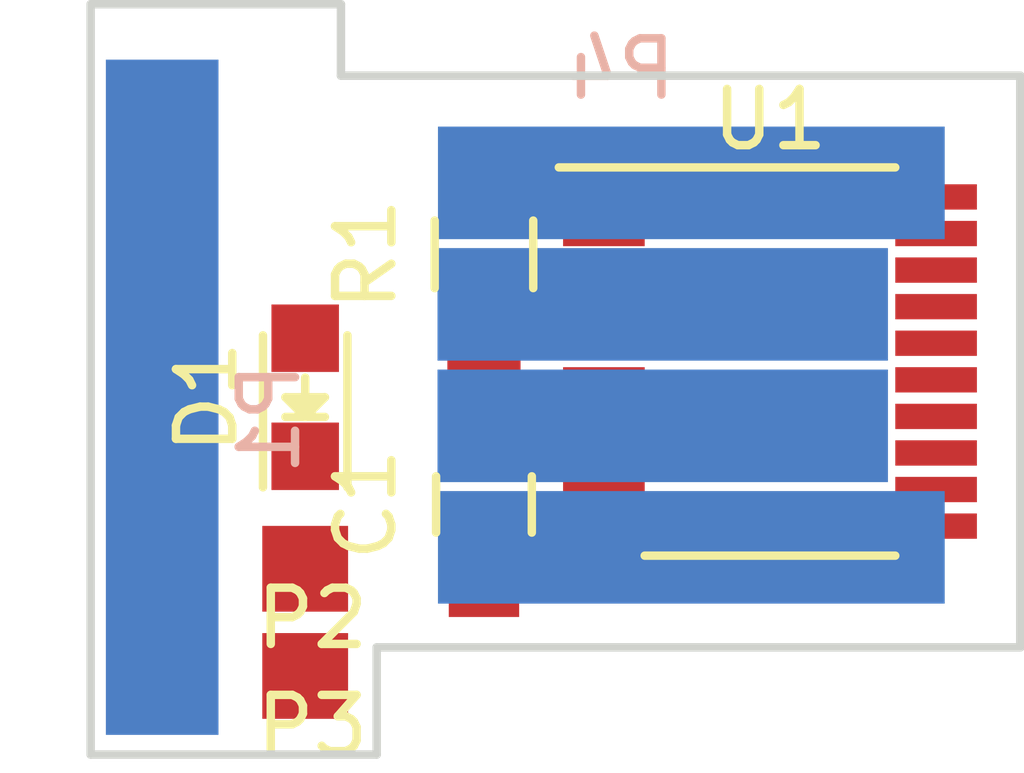
<source format=kicad_pcb>
(kicad_pcb (version 4) (host pcbnew 4.0.5+dfsg1-4)

  (general
    (links 12)
    (no_connects 12)
    (area 137.963 90.61 163.958 111.049)
    (thickness 1.6)
    (drawings 8)
    (tracks 0)
    (zones 0)
    (modules 8)
    (nets 23)
  )

  (page A4)
  (layers
    (0 F.Cu signal)
    (31 B.Cu signal)
    (32 B.Adhes user)
    (33 F.Adhes user)
    (34 B.Paste user)
    (35 F.Paste user)
    (36 B.SilkS user)
    (37 F.SilkS user)
    (38 B.Mask user)
    (39 F.Mask user)
    (40 Dwgs.User user)
    (41 Cmts.User user)
    (42 Eco1.User user)
    (43 Eco2.User user)
    (44 Edge.Cuts user)
    (45 Margin user)
    (46 B.CrtYd user)
    (47 F.CrtYd user)
    (48 B.Fab user)
    (49 F.Fab user)
  )

  (setup
    (last_trace_width 0.25)
    (trace_clearance 0.2)
    (zone_clearance 0.508)
    (zone_45_only no)
    (trace_min 0.2)
    (segment_width 0.2)
    (edge_width 0.15)
    (via_size 0.6)
    (via_drill 0.4)
    (via_min_size 0.4)
    (via_min_drill 0.3)
    (uvia_size 0.3)
    (uvia_drill 0.1)
    (uvias_allowed no)
    (uvia_min_size 0.2)
    (uvia_min_drill 0.1)
    (pcb_text_width 0.3)
    (pcb_text_size 1.5 1.5)
    (mod_edge_width 0.15)
    (mod_text_size 1 1)
    (mod_text_width 0.15)
    (pad_size 8 2)
    (pad_drill 0)
    (pad_to_mask_clearance 0.2)
    (aux_axis_origin 0 0)
    (visible_elements FFFFFB1F)
    (pcbplotparams
      (layerselection 0x00030_80000001)
      (usegerberextensions false)
      (excludeedgelayer true)
      (linewidth 0.100000)
      (plotframeref false)
      (viasonmask false)
      (mode 1)
      (useauxorigin false)
      (hpglpennumber 1)
      (hpglpenspeed 20)
      (hpglpendiameter 15)
      (hpglpenoverlay 2)
      (psnegative false)
      (psa4output false)
      (plotreference true)
      (plotvalue true)
      (plotinvisibletext false)
      (padsonsilk false)
      (subtractmaskfromsilk false)
      (outputformat 1)
      (mirror false)
      (drillshape 1)
      (scaleselection 1)
      (outputdirectory ""))
  )

  (net 0 "")
  (net 1 +5V)
  (net 2 GND)
  (net 3 "Net-(D1-Pad2)")
  (net 4 "Net-(P1-Pad1)")
  (net 5 "Net-(P2-Pad1)")
  (net 6 "Net-(P3-Pad1)")
  (net 7 "Net-(P4-Pad3)")
  (net 8 "Net-(P4-Pad2)")
  (net 9 "Net-(U1-Pad1)")
  (net 10 "Net-(U1-Pad2)")
  (net 11 "Net-(U1-Pad3)")
  (net 12 "Net-(U1-Pad4)")
  (net 13 "Net-(U1-Pad5)")
  (net 14 "Net-(U1-Pad6)")
  (net 15 "Net-(U1-Pad8)")
  (net 16 "Net-(U1-Pad9)")
  (net 17 "Net-(U1-Pad10)")
  (net 18 "Net-(U1-Pad11)")
  (net 19 "Net-(U1-Pad12)")
  (net 20 "Net-(U1-Pad16)")
  (net 21 "Net-(U1-Pad17)")
  (net 22 "Net-(P4-Pad5)")

  (net_class Default "This is the default net class."
    (clearance 0.2)
    (trace_width 0.25)
    (via_dia 0.6)
    (via_drill 0.4)
    (uvia_dia 0.3)
    (uvia_drill 0.1)
    (add_net +5V)
    (add_net GND)
    (add_net "Net-(D1-Pad2)")
    (add_net "Net-(P1-Pad1)")
    (add_net "Net-(P2-Pad1)")
    (add_net "Net-(P3-Pad1)")
    (add_net "Net-(P4-Pad2)")
    (add_net "Net-(P4-Pad3)")
    (add_net "Net-(P4-Pad5)")
    (add_net "Net-(U1-Pad1)")
    (add_net "Net-(U1-Pad10)")
    (add_net "Net-(U1-Pad11)")
    (add_net "Net-(U1-Pad12)")
    (add_net "Net-(U1-Pad16)")
    (add_net "Net-(U1-Pad17)")
    (add_net "Net-(U1-Pad2)")
    (add_net "Net-(U1-Pad3)")
    (add_net "Net-(U1-Pad4)")
    (add_net "Net-(U1-Pad5)")
    (add_net "Net-(U1-Pad6)")
    (add_net "Net-(U1-Pad8)")
    (add_net "Net-(U1-Pad9)")
  )

  (module Capacitors_SMD:C_0805_HandSoldering (layer F.Cu) (tedit 541A9B8D) (tstamp 5CF98B04)
    (at 158.75 107.95 90)
    (descr "Capacitor SMD 0805, hand soldering")
    (tags "capacitor 0805")
    (path /5CF7D93C)
    (attr smd)
    (fp_text reference C1 (at 0 -2.1 90) (layer F.SilkS)
      (effects (font (size 1 1) (thickness 0.15)))
    )
    (fp_text value C (at 0 2.1 90) (layer F.Fab)
      (effects (font (size 1 1) (thickness 0.15)))
    )
    (fp_line (start -1 0.625) (end -1 -0.625) (layer F.Fab) (width 0.15))
    (fp_line (start 1 0.625) (end -1 0.625) (layer F.Fab) (width 0.15))
    (fp_line (start 1 -0.625) (end 1 0.625) (layer F.Fab) (width 0.15))
    (fp_line (start -1 -0.625) (end 1 -0.625) (layer F.Fab) (width 0.15))
    (fp_line (start -2.3 -1) (end 2.3 -1) (layer F.CrtYd) (width 0.05))
    (fp_line (start -2.3 1) (end 2.3 1) (layer F.CrtYd) (width 0.05))
    (fp_line (start -2.3 -1) (end -2.3 1) (layer F.CrtYd) (width 0.05))
    (fp_line (start 2.3 -1) (end 2.3 1) (layer F.CrtYd) (width 0.05))
    (fp_line (start 0.5 -0.85) (end -0.5 -0.85) (layer F.SilkS) (width 0.15))
    (fp_line (start -0.5 0.85) (end 0.5 0.85) (layer F.SilkS) (width 0.15))
    (pad 1 smd rect (at -1.25 0 90) (size 1.5 1.25) (layers F.Cu F.Paste F.Mask)
      (net 1 +5V))
    (pad 2 smd rect (at 1.25 0 90) (size 1.5 1.25) (layers F.Cu F.Paste F.Mask)
      (net 2 GND))
    (model Capacitors_SMD.3dshapes/C_0805_HandSoldering.wrl
      (at (xyz 0 0 0))
      (scale (xyz 1 1 1))
      (rotate (xyz 0 0 0))
    )
  )

  (module LEDs:LED_0805 (layer F.Cu) (tedit 55BDE1C2) (tstamp 5CF98B0A)
    (at 155.575 106.045 90)
    (descr "LED 0805 smd package")
    (tags "LED 0805 SMD")
    (path /5CF7CC1B)
    (attr smd)
    (fp_text reference D1 (at 0 -1.75 90) (layer F.SilkS)
      (effects (font (size 1 1) (thickness 0.15)))
    )
    (fp_text value LED (at 0 1.75 90) (layer F.Fab)
      (effects (font (size 1 1) (thickness 0.15)))
    )
    (fp_line (start -0.4 -0.3) (end -0.4 0.3) (layer F.Fab) (width 0.15))
    (fp_line (start -0.3 0) (end 0 -0.3) (layer F.Fab) (width 0.15))
    (fp_line (start 0 0.3) (end -0.3 0) (layer F.Fab) (width 0.15))
    (fp_line (start 0 -0.3) (end 0 0.3) (layer F.Fab) (width 0.15))
    (fp_line (start 1 -0.6) (end -1 -0.6) (layer F.Fab) (width 0.15))
    (fp_line (start 1 0.6) (end 1 -0.6) (layer F.Fab) (width 0.15))
    (fp_line (start -1 0.6) (end 1 0.6) (layer F.Fab) (width 0.15))
    (fp_line (start -1 -0.6) (end -1 0.6) (layer F.Fab) (width 0.15))
    (fp_line (start -1.6 0.75) (end 1.1 0.75) (layer F.SilkS) (width 0.15))
    (fp_line (start -1.6 -0.75) (end 1.1 -0.75) (layer F.SilkS) (width 0.15))
    (fp_line (start -0.1 0.15) (end -0.1 -0.1) (layer F.SilkS) (width 0.15))
    (fp_line (start -0.1 -0.1) (end -0.25 0.05) (layer F.SilkS) (width 0.15))
    (fp_line (start -0.35 -0.35) (end -0.35 0.35) (layer F.SilkS) (width 0.15))
    (fp_line (start 0 0) (end 0.35 0) (layer F.SilkS) (width 0.15))
    (fp_line (start -0.35 0) (end 0 -0.35) (layer F.SilkS) (width 0.15))
    (fp_line (start 0 -0.35) (end 0 0.35) (layer F.SilkS) (width 0.15))
    (fp_line (start 0 0.35) (end -0.35 0) (layer F.SilkS) (width 0.15))
    (fp_line (start 1.9 -0.95) (end 1.9 0.95) (layer F.CrtYd) (width 0.05))
    (fp_line (start 1.9 0.95) (end -1.9 0.95) (layer F.CrtYd) (width 0.05))
    (fp_line (start -1.9 0.95) (end -1.9 -0.95) (layer F.CrtYd) (width 0.05))
    (fp_line (start -1.9 -0.95) (end 1.9 -0.95) (layer F.CrtYd) (width 0.05))
    (pad 2 smd rect (at 1.04902 0 270) (size 1.19888 1.19888) (layers F.Cu F.Paste F.Mask)
      (net 3 "Net-(D1-Pad2)"))
    (pad 1 smd rect (at -1.04902 0 270) (size 1.19888 1.19888) (layers F.Cu F.Paste F.Mask)
      (net 2 GND))
    (model LEDs.3dshapes/LED_0805.wrl
      (at (xyz 0 0 0))
      (scale (xyz 1 1 1))
      (rotate (xyz 0 0 0))
    )
  )

  (module u2f:EdgeTouch (layer B.Cu) (tedit 5CF98A90) (tstamp 5CF98B0F)
    (at 153.035 106.045 270)
    (path /5CF95DC3)
    (fp_text reference P1 (at 0.381 -1.905 270) (layer B.SilkS)
      (effects (font (size 1 1) (thickness 0.15)) (justify mirror))
    )
    (fp_text value "Touch Button" (at 0 2.032 270) (layer B.Fab)
      (effects (font (size 1 1) (thickness 0.15)) (justify mirror))
    )
    (pad 1 connect rect (at 0 0 270) (size 12 2) (layers B.Cu B.Mask)
      (net 4 "Net-(P1-Pad1)"))
  )

  (module u2f:tp (layer F.Cu) (tedit 5CF988FD) (tstamp 5CF98B14)
    (at 155.575 109.22)
    (path /5CF95E72)
    (fp_text reference P2 (at 0.127 0.754) (layer F.SilkS)
      (effects (font (size 1 1) (thickness 0.15)))
    )
    (fp_text value V33prog (at 0.127 -0.246) (layer F.Fab)
      (effects (font (size 1 1) (thickness 0.15)))
    )
    (pad 1 connect rect (at 0 -0.127) (size 1.524 1.524) (layers F.Cu F.Mask)
      (net 5 "Net-(P2-Pad1)"))
  )

  (module u2f:tp (layer F.Cu) (tedit 5CF988FD) (tstamp 5CF98B19)
    (at 155.575 111.125)
    (path /5CF95FF4)
    (fp_text reference P3 (at 0.127 0.754) (layer F.SilkS)
      (effects (font (size 1 1) (thickness 0.15)))
    )
    (fp_text value "D- prog" (at 0.127 -0.246) (layer F.Fab)
      (effects (font (size 1 1) (thickness 0.15)))
    )
    (pad 1 connect rect (at 0 -0.127) (size 1.524 1.524) (layers F.Cu F.Mask)
      (net 6 "Net-(P3-Pad1)"))
  )

  (module u2f:USBEdge (layer B.Cu) (tedit 5CF98AE0) (tstamp 5CF98B22)
    (at 161.925 105.41)
    (path /5CF97BF4)
    (fp_text reference P4 (at -0.762 -5.199) (layer B.SilkS)
      (effects (font (size 1 1) (thickness 0.15)) (justify mirror))
    )
    (fp_text value USB_A (at 0 5.58) (layer B.Fab)
      (effects (font (size 1 1) (thickness 0.15)) (justify mirror))
    )
    (pad 3 connect rect (at 0 -1.016) (size 8 2) (layers B.Cu B.Mask)
      (net 7 "Net-(P4-Pad3)"))
    (pad 2 connect rect (at 0 1.143) (size 8 2) (layers B.Cu B.Mask)
      (net 8 "Net-(P4-Pad2)"))
    (pad 1 connect rect (at 0.508 3.302) (size 9 2) (layers B.Cu B.Mask)
      (net 1 +5V))
    (pad 4 connect rect (at 0.508 -3.175) (size 9 2) (layers B.Cu B.Mask)
      (net 2 GND))
    (pad 5 connect rect (at -3.429 -3.048) (size 1 1) (layers B.Cu B.Mask)
      (net 22 "Net-(P4-Pad5)"))
  )

  (module Resistors_SMD:R_0805_HandSoldering (layer F.Cu) (tedit 58307B90) (tstamp 5CF98B28)
    (at 158.75 103.505 90)
    (descr "Resistor SMD 0805, hand soldering")
    (tags "resistor 0805")
    (path /5CF95EDE)
    (attr smd)
    (fp_text reference R1 (at 0 -2.1 90) (layer F.SilkS)
      (effects (font (size 1 1) (thickness 0.15)))
    )
    (fp_text value R (at 0 2.1 90) (layer F.Fab)
      (effects (font (size 1 1) (thickness 0.15)))
    )
    (fp_line (start -1 0.625) (end -1 -0.625) (layer F.Fab) (width 0.1))
    (fp_line (start 1 0.625) (end -1 0.625) (layer F.Fab) (width 0.1))
    (fp_line (start 1 -0.625) (end 1 0.625) (layer F.Fab) (width 0.1))
    (fp_line (start -1 -0.625) (end 1 -0.625) (layer F.Fab) (width 0.1))
    (fp_line (start -2.4 -1) (end 2.4 -1) (layer F.CrtYd) (width 0.05))
    (fp_line (start -2.4 1) (end 2.4 1) (layer F.CrtYd) (width 0.05))
    (fp_line (start -2.4 -1) (end -2.4 1) (layer F.CrtYd) (width 0.05))
    (fp_line (start 2.4 -1) (end 2.4 1) (layer F.CrtYd) (width 0.05))
    (fp_line (start 0.6 0.875) (end -0.6 0.875) (layer F.SilkS) (width 0.15))
    (fp_line (start -0.6 -0.875) (end 0.6 -0.875) (layer F.SilkS) (width 0.15))
    (pad 1 smd rect (at -1.35 0 90) (size 1.5 1.3) (layers F.Cu F.Paste F.Mask)
      (net 6 "Net-(P3-Pad1)"))
    (pad 2 smd rect (at 1.35 0 90) (size 1.5 1.3) (layers F.Cu F.Paste F.Mask)
      (net 8 "Net-(P4-Pad2)"))
    (model Resistors_SMD.3dshapes/R_0805_HandSoldering.wrl
      (at (xyz 0 0 0))
      (scale (xyz 1 1 1))
      (rotate (xyz 0 0 0))
    )
  )

  (module Housings_SSOP:TSSOP-20_4.4x6.5mm_Pitch0.65mm (layer F.Cu) (tedit 54130A77) (tstamp 5CF98B40)
    (at 163.83 105.41)
    (descr "20-Lead Plastic Thin Shrink Small Outline (ST)-4.4 mm Body [TSSOP] (see Microchip Packaging Specification 00000049BS.pdf)")
    (tags "SSOP 0.65")
    (path /5CF7CBDC)
    (attr smd)
    (fp_text reference U1 (at 0 -4.3) (layer F.SilkS)
      (effects (font (size 1 1) (thickness 0.15)))
    )
    (fp_text value ch552T (at 0 4.3) (layer F.Fab)
      (effects (font (size 1 1) (thickness 0.15)))
    )
    (fp_line (start -1.2 -3.25) (end 2.2 -3.25) (layer F.Fab) (width 0.15))
    (fp_line (start 2.2 -3.25) (end 2.2 3.25) (layer F.Fab) (width 0.15))
    (fp_line (start 2.2 3.25) (end -2.2 3.25) (layer F.Fab) (width 0.15))
    (fp_line (start -2.2 3.25) (end -2.2 -2.25) (layer F.Fab) (width 0.15))
    (fp_line (start -2.2 -2.25) (end -1.2 -3.25) (layer F.Fab) (width 0.15))
    (fp_line (start -3.95 -3.55) (end -3.95 3.55) (layer F.CrtYd) (width 0.05))
    (fp_line (start 3.95 -3.55) (end 3.95 3.55) (layer F.CrtYd) (width 0.05))
    (fp_line (start -3.95 -3.55) (end 3.95 -3.55) (layer F.CrtYd) (width 0.05))
    (fp_line (start -3.95 3.55) (end 3.95 3.55) (layer F.CrtYd) (width 0.05))
    (fp_line (start -2.225 3.45) (end 2.225 3.45) (layer F.SilkS) (width 0.15))
    (fp_line (start -3.75 -3.45) (end 2.225 -3.45) (layer F.SilkS) (width 0.15))
    (pad 1 smd rect (at -2.95 -2.925) (size 1.45 0.45) (layers F.Cu F.Paste F.Mask)
      (net 9 "Net-(U1-Pad1)"))
    (pad 2 smd rect (at -2.95 -2.275) (size 1.45 0.45) (layers F.Cu F.Paste F.Mask)
      (net 10 "Net-(U1-Pad2)"))
    (pad 3 smd rect (at -2.95 -1.625) (size 1.45 0.45) (layers F.Cu F.Paste F.Mask)
      (net 11 "Net-(U1-Pad3)"))
    (pad 4 smd rect (at -2.95 -0.975) (size 1.45 0.45) (layers F.Cu F.Paste F.Mask)
      (net 12 "Net-(U1-Pad4)"))
    (pad 5 smd rect (at -2.95 -0.325) (size 1.45 0.45) (layers F.Cu F.Paste F.Mask)
      (net 13 "Net-(U1-Pad5)"))
    (pad 6 smd rect (at -2.95 0.325) (size 1.45 0.45) (layers F.Cu F.Paste F.Mask)
      (net 14 "Net-(U1-Pad6)"))
    (pad 7 smd rect (at -2.95 0.975) (size 1.45 0.45) (layers F.Cu F.Paste F.Mask)
      (net 4 "Net-(P1-Pad1)"))
    (pad 8 smd rect (at -2.95 1.625) (size 1.45 0.45) (layers F.Cu F.Paste F.Mask)
      (net 15 "Net-(U1-Pad8)"))
    (pad 9 smd rect (at -2.95 2.275) (size 1.45 0.45) (layers F.Cu F.Paste F.Mask)
      (net 16 "Net-(U1-Pad9)"))
    (pad 10 smd rect (at -2.95 2.925) (size 1.45 0.45) (layers F.Cu F.Paste F.Mask)
      (net 17 "Net-(U1-Pad10)"))
    (pad 11 smd rect (at 2.95 2.925) (size 1.45 0.45) (layers F.Cu F.Paste F.Mask)
      (net 18 "Net-(U1-Pad11)"))
    (pad 12 smd rect (at 2.95 2.275) (size 1.45 0.45) (layers F.Cu F.Paste F.Mask)
      (net 19 "Net-(U1-Pad12)"))
    (pad 13 smd rect (at 2.95 1.625) (size 1.45 0.45) (layers F.Cu F.Paste F.Mask)
      (net 3 "Net-(D1-Pad2)"))
    (pad 14 smd rect (at 2.95 0.975) (size 1.45 0.45) (layers F.Cu F.Paste F.Mask)
      (net 7 "Net-(P4-Pad3)"))
    (pad 15 smd rect (at 2.95 0.325) (size 1.45 0.45) (layers F.Cu F.Paste F.Mask)
      (net 8 "Net-(P4-Pad2)"))
    (pad 16 smd rect (at 2.95 -0.325) (size 1.45 0.45) (layers F.Cu F.Paste F.Mask)
      (net 20 "Net-(U1-Pad16)"))
    (pad 17 smd rect (at 2.95 -0.975) (size 1.45 0.45) (layers F.Cu F.Paste F.Mask)
      (net 21 "Net-(U1-Pad17)"))
    (pad 18 smd rect (at 2.95 -1.625) (size 1.45 0.45) (layers F.Cu F.Paste F.Mask)
      (net 2 GND))
    (pad 19 smd rect (at 2.95 -2.275) (size 1.45 0.45) (layers F.Cu F.Paste F.Mask)
      (net 1 +5V))
    (pad 20 smd rect (at 2.95 -2.925) (size 1.45 0.45) (layers F.Cu F.Paste F.Mask)
      (net 5 "Net-(P2-Pad1)"))
    (model Housings_SSOP.3dshapes/TSSOP-20_4.4x6.5mm_Pitch0.65mm.wrl
      (at (xyz 0 0 0))
      (scale (xyz 1 1 1))
      (rotate (xyz 0 0 0))
    )
  )

  (gr_line (start 156.845 110.49) (end 168.275 110.49) (angle 90) (layer Edge.Cuts) (width 0.15))
  (gr_line (start 156.845 112.395) (end 156.845 110.49) (angle 90) (layer Edge.Cuts) (width 0.15))
  (gr_line (start 151.765 112.395) (end 156.845 112.395) (angle 90) (layer Edge.Cuts) (width 0.15))
  (gr_line (start 151.765 99.06) (end 151.765 112.395) (angle 90) (layer Edge.Cuts) (width 0.15))
  (gr_line (start 156.21 99.06) (end 151.765 99.06) (angle 90) (layer Edge.Cuts) (width 0.15))
  (gr_line (start 156.21 100.33) (end 156.21 99.06) (angle 90) (layer Edge.Cuts) (width 0.15))
  (gr_line (start 168.275 100.33) (end 156.21 100.33) (angle 90) (layer Edge.Cuts) (width 0.15))
  (gr_line (start 168.275 110.49) (end 168.275 100.33) (angle 90) (layer Edge.Cuts) (width 0.15))

)

</source>
